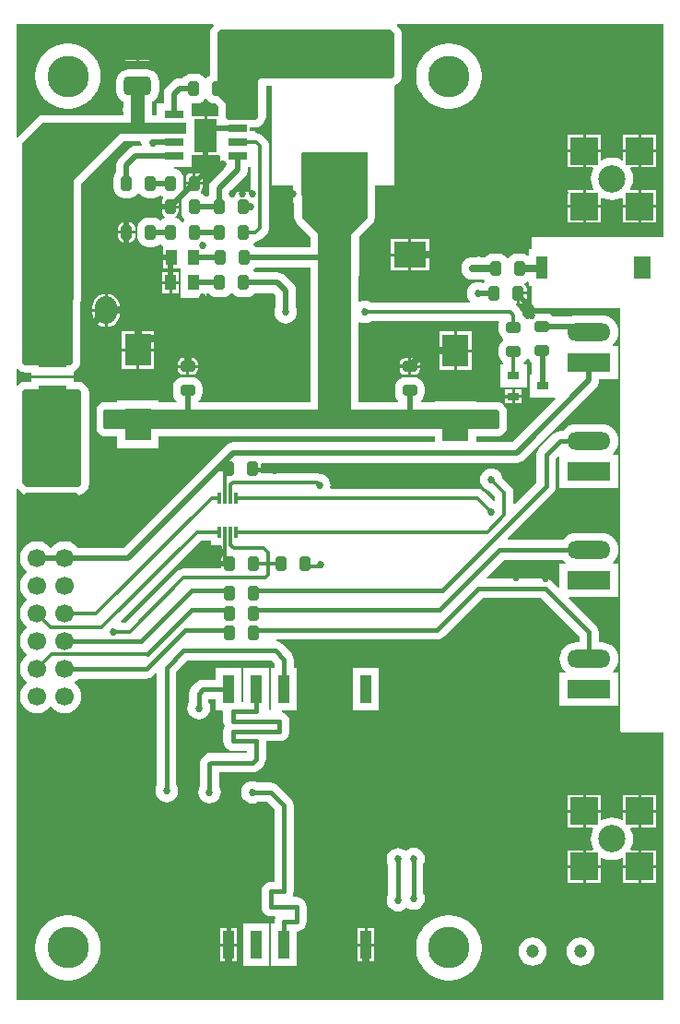
<source format=gtl>
G04*
G04 #@! TF.GenerationSoftware,Altium Limited,Altium Designer,20.1.11 (218)*
G04*
G04 Layer_Physical_Order=1*
G04 Layer_Color=255*
%FSTAX24Y24*%
%MOIN*%
G70*
G04*
G04 #@! TF.SameCoordinates,265BAA9A-0927-4A7B-A448-E96A6529A9FE*
G04*
G04*
G04 #@! TF.FilePolarity,Positive*
G04*
G01*
G75*
%ADD14C,0.0197*%
%ADD16C,0.0200*%
%ADD26R,0.0400X0.0300*%
%ADD27R,0.0945X0.1181*%
%ADD28R,0.0394X0.1000*%
G04:AMPARAMS|DCode=29|XSize=67mil|YSize=100mil|CornerRadius=16.8mil|HoleSize=0mil|Usage=FLASHONLY|Rotation=90.000|XOffset=0mil|YOffset=0mil|HoleType=Round|Shape=RoundedRectangle|*
%AMROUNDEDRECTD29*
21,1,0.0670,0.0665,0,0,90.0*
21,1,0.0335,0.1000,0,0,90.0*
1,1,0.0335,0.0333,0.0168*
1,1,0.0335,0.0333,-0.0168*
1,1,0.0335,-0.0333,-0.0168*
1,1,0.0335,-0.0333,0.0168*
%
%ADD29ROUNDEDRECTD29*%
G04:AMPARAMS|DCode=30|XSize=40mil|YSize=52mil|CornerRadius=10mil|HoleSize=0mil|Usage=FLASHONLY|Rotation=0.000|XOffset=0mil|YOffset=0mil|HoleType=Round|Shape=RoundedRectangle|*
%AMROUNDEDRECTD30*
21,1,0.0400,0.0320,0,0,0.0*
21,1,0.0200,0.0520,0,0,0.0*
1,1,0.0200,0.0100,-0.0160*
1,1,0.0200,-0.0100,-0.0160*
1,1,0.0200,-0.0100,0.0160*
1,1,0.0200,0.0100,0.0160*
%
%ADD30ROUNDEDRECTD30*%
%ADD31R,0.1181X0.0945*%
G04:AMPARAMS|DCode=32|XSize=40mil|YSize=52mil|CornerRadius=10mil|HoleSize=0mil|Usage=FLASHONLY|Rotation=90.000|XOffset=0mil|YOffset=0mil|HoleType=Round|Shape=RoundedRectangle|*
%AMROUNDEDRECTD32*
21,1,0.0400,0.0320,0,0,90.0*
21,1,0.0200,0.0520,0,0,90.0*
1,1,0.0200,0.0160,0.0100*
1,1,0.0200,0.0160,-0.0100*
1,1,0.0200,-0.0160,-0.0100*
1,1,0.0200,-0.0160,0.0100*
%
%ADD32ROUNDEDRECTD32*%
%ADD33R,0.0984X0.1181*%
%ADD34R,0.0787X0.0866*%
%ADD35R,0.0866X0.0866*%
%ADD36R,0.0700X0.0260*%
%ADD37R,0.0800X0.1200*%
%ADD38R,0.0118X0.0394*%
%ADD39R,0.0394X0.0550*%
%ADD40R,0.0591X0.0787*%
%ADD41R,0.0394X0.0787*%
%ADD42R,0.2362X0.1575*%
%ADD70C,0.0276*%
%ADD71C,0.0118*%
%ADD72C,0.0157*%
%ADD73C,0.0500*%
%ADD74R,0.0984X0.0984*%
%ADD75C,0.0984*%
%ADD76R,0.0669X0.0669*%
%ADD77C,0.0669*%
%ADD78O,0.0800X0.1000*%
%ADD79R,0.0800X0.1000*%
%ADD80C,0.0270*%
%ADD81O,0.1575X0.0650*%
%ADD82R,0.1575X0.0650*%
%ADD83C,0.1496*%
%ADD84C,0.0280*%
%ADD85C,0.0300*%
%ADD86C,0.0472*%
%ADD87C,0.0500*%
%ADD88C,0.0250*%
G36*
X100494Y113736D02*
X100439Y113682D01*
X100396Y113626D01*
X100369Y11356D01*
X10036Y113489D01*
Y111948D01*
X100354Y111946D01*
X100277Y111886D01*
X100239Y111836D01*
X100177D01*
X100139Y111886D01*
X100061Y111946D01*
X099971Y111983D01*
X099875Y111996D01*
X099675D01*
X099578Y111983D01*
X099488Y111946D01*
X099411Y111886D01*
X099371Y111834D01*
X099255D01*
X099255Y111834D01*
X099159Y111822D01*
X099069Y111784D01*
X098992Y111725D01*
X098992Y111725D01*
X098795Y111529D01*
X098736Y111452D01*
X098699Y111362D01*
X098686Y111266D01*
Y110926D01*
X098438D01*
Y110494D01*
X098263D01*
Y110988D01*
X098291Y111D01*
X098383Y11107D01*
X098453Y111161D01*
X098497Y111268D01*
X098512Y111382D01*
Y111717D01*
X098497Y111831D01*
X098453Y111938D01*
X098383Y112029D01*
X098291Y112099D01*
X098185Y112143D01*
X098071Y112158D01*
X097406D01*
X097291Y112143D01*
X097185Y112099D01*
X097094Y112029D01*
X097024Y111938D01*
X096979Y111831D01*
X096964Y111717D01*
Y111382D01*
X096979Y111268D01*
X097024Y111161D01*
X097094Y11107D01*
X097185Y111D01*
X097214Y110988D01*
Y110844D01*
X097212Y11084D01*
X097194Y110704D01*
X097212Y110568D01*
X097214Y110564D01*
Y110494D01*
X094293D01*
X094223Y110485D01*
X094157Y110457D01*
X094101Y110414D01*
X093397Y10971D01*
X093347Y109731D01*
Y113786D01*
X100473D01*
X100494Y113736D01*
D02*
G37*
G36*
X100277Y111039D02*
X100354Y110979D01*
X100444Y110942D01*
X100541Y110929D01*
X100543D01*
X100655Y110818D01*
Y110476D01*
X100258D01*
Y109776D01*
Y109076D01*
X100708D01*
X100738Y109038D01*
Y108626D01*
X100847D01*
X100866Y10858D01*
X100428Y108142D01*
X100369Y108065D01*
X100332Y107975D01*
X100319Y107879D01*
Y107624D01*
X100287Y107582D01*
X100174D01*
X100149Y107614D01*
X100072Y107673D01*
X100037Y107688D01*
X10003Y107744D01*
X10003Y107745D01*
X100074Y10781D01*
X100089Y107888D01*
Y107998D01*
X099785D01*
X099482D01*
Y107888D01*
X099497Y10781D01*
X09954Y107745D01*
X099541Y107744D01*
X099534Y107688D01*
X099499Y107673D01*
X099422Y107614D01*
X099362Y107537D01*
X099325Y107447D01*
X099312Y10735D01*
Y10703D01*
X099325Y106934D01*
X099362Y106844D01*
X099422Y106766D01*
X099435Y106756D01*
Y106706D01*
X099422Y106695D01*
X099383Y106645D01*
X099322D01*
X099283Y106695D01*
X099206Y106754D01*
X099116Y106792D01*
X099107Y106793D01*
X099099Y106831D01*
X099101Y106844D01*
X099163Y106886D01*
X099208Y106952D01*
X099223Y10703D01*
Y10714D01*
X098615D01*
Y10703D01*
X098631Y106952D01*
X098675Y106886D01*
X098738Y106844D01*
X098739Y106831D01*
X098731Y106793D01*
X098723Y106792D01*
X098633Y106754D01*
X098565Y106702D01*
X098497Y106754D01*
X098407Y106792D01*
X098311Y106804D01*
X098111D01*
X098014Y106792D01*
X097924Y106754D01*
X097847Y106695D01*
X097787Y106618D01*
X09775Y106528D01*
X097737Y106431D01*
Y106111D01*
X09775Y106015D01*
X097787Y105925D01*
X097847Y105847D01*
X097924Y105788D01*
X098014Y105751D01*
X098111Y105738D01*
X098311D01*
X098407Y105751D01*
X098497Y105788D01*
X098565Y10584D01*
X098633Y105788D01*
X098665Y105775D01*
X098655Y105725D01*
X098652D01*
Y1054D01*
X098949D01*
Y10535D01*
X098999D01*
Y104975D01*
X099239D01*
X099246Y104975D01*
X099289Y104959D01*
Y103909D01*
X100223D01*
Y104082D01*
X100307D01*
X100347Y10403D01*
X100424Y103971D01*
X100514Y103933D01*
X100611Y103921D01*
X100811D01*
X100907Y103933D01*
X100997Y103971D01*
X101075Y10403D01*
X101113Y10408D01*
X101174D01*
X101213Y10403D01*
X10129Y103971D01*
X10138Y103933D01*
X101477Y103921D01*
X101677D01*
X101773Y103933D01*
X101863Y103971D01*
X101941Y10403D01*
X101981Y104082D01*
X102643D01*
X102721Y104005D01*
Y103552D01*
X102698Y103497D01*
X102684Y103391D01*
X102698Y103285D01*
X102739Y103187D01*
X102804Y103102D01*
X102888Y103037D01*
X102987Y102996D01*
X103093Y102982D01*
X103198Y102996D01*
X103297Y103037D01*
X103381Y103102D01*
X103446Y103187D01*
X103487Y103285D01*
X103501Y103391D01*
X103487Y103497D01*
X103464Y103552D01*
Y104159D01*
X103451Y104255D01*
X103414Y104344D01*
X103355Y104421D01*
X103355Y104421D01*
X10306Y104717D01*
X102983Y104776D01*
X102893Y104813D01*
X102797Y104826D01*
X101981D01*
X101947Y10487D01*
X101941Y104901D01*
Y104928D01*
X101951Y104936D01*
X101991Y104988D01*
X104001D01*
Y10013D01*
X099961D01*
X099944Y10018D01*
X099973Y100202D01*
X100032Y10028D01*
X10007Y10037D01*
X100082Y100466D01*
Y100666D01*
X10007Y100763D01*
X100032Y100853D01*
X099973Y10093D01*
X099896Y100989D01*
X099806Y101027D01*
X099709Y101039D01*
X099389D01*
X099293Y101027D01*
X099203Y100989D01*
X099125Y10093D01*
X099066Y100853D01*
X099029Y100763D01*
X099016Y100666D01*
Y100466D01*
X099029Y10037D01*
X099066Y10028D01*
X099125Y100202D01*
X099155Y10018D01*
X099138Y10013D01*
X09849D01*
Y100185D01*
X097006D01*
Y10013D01*
X096547D01*
X096477Y100121D01*
X096411Y100093D01*
X096355Y10005D01*
X096315Y100011D01*
X096272Y099954D01*
X096245Y099889D01*
X096236Y099818D01*
Y099218D01*
X096245Y099147D01*
X096272Y099082D01*
X096315Y099025D01*
X096365Y098976D01*
X096421Y098933D01*
X096487Y098905D01*
X096557Y098896D01*
X097006D01*
Y098464D01*
X09849D01*
Y098896D01*
X108502D01*
Y098684D01*
X101193D01*
X101193Y098684D01*
X101097Y098671D01*
X101007Y098634D01*
X10093Y098575D01*
X100064Y097709D01*
X100064Y097709D01*
X097227Y094872D01*
X095577D01*
X09553Y09493D01*
X095438Y095005D01*
X095333Y095061D01*
X095314Y095067D01*
X095313Y095084D01*
X094887D01*
X094886Y095067D01*
X094867Y095061D01*
X094762Y095005D01*
X09467Y09493D01*
X094625Y094874D01*
X094575D01*
X09453Y09493D01*
X094438Y095005D01*
X094333Y095061D01*
X094314Y095067D01*
X094313Y095084D01*
X093887D01*
X093886Y095067D01*
X093867Y095061D01*
X093762Y095005D01*
X09367Y09493D01*
X093595Y094838D01*
X093539Y094733D01*
X093504Y094619D01*
X093492Y0945D01*
X093504Y094381D01*
X093539Y094267D01*
X093595Y094162D01*
X09367Y09407D01*
X093726Y094025D01*
Y093975D01*
X09367Y09393D01*
X093595Y093838D01*
X093539Y093733D01*
X093504Y093619D01*
X093492Y0935D01*
X093504Y093381D01*
X093539Y093267D01*
X093595Y093162D01*
X09367Y09307D01*
X093726Y093025D01*
Y092975D01*
X09367Y09293D01*
X093595Y092838D01*
X093539Y092733D01*
X093504Y092619D01*
X093492Y0925D01*
X093504Y092381D01*
X093539Y092267D01*
X093595Y092162D01*
X09367Y09207D01*
X093726Y092025D01*
Y091975D01*
X09367Y09193D01*
X093595Y091838D01*
X093539Y091733D01*
X093504Y091619D01*
X093492Y0915D01*
X093504Y091381D01*
X093539Y091267D01*
X093595Y091162D01*
X09367Y09107D01*
X093726Y091025D01*
Y090975D01*
X09367Y09093D01*
X093595Y090838D01*
X093539Y090733D01*
X093504Y090619D01*
X093492Y0905D01*
X093504Y090381D01*
X093539Y090267D01*
X093595Y090162D01*
X09367Y09007D01*
X093726Y090025D01*
Y089975D01*
X09367Y08993D01*
X093595Y089838D01*
X093539Y089733D01*
X093504Y089619D01*
X093492Y0895D01*
X093504Y089381D01*
X093539Y089267D01*
X093595Y089162D01*
X09367Y08907D01*
X093762Y088995D01*
X093867Y088939D01*
X093981Y088904D01*
X0941Y088892D01*
X094219Y088904D01*
X094333Y088939D01*
X094438Y088995D01*
X09453Y08907D01*
X094575Y089126D01*
X094625D01*
X09467Y08907D01*
X094762Y088995D01*
X094867Y088939D01*
X094981Y088904D01*
X0951Y088892D01*
X095219Y088904D01*
X095333Y088939D01*
X095438Y088995D01*
X09553Y08907D01*
X095605Y089162D01*
X095661Y089267D01*
X095696Y089381D01*
X095708Y0895D01*
X095696Y089619D01*
X095661Y089733D01*
X095605Y089838D01*
X09553Y08993D01*
X095474Y089975D01*
Y090025D01*
X09553Y09007D01*
X095594Y090148D01*
X098053D01*
X098144Y09016D01*
X098179Y090175D01*
X098229Y090195D01*
X098302Y090251D01*
X098393Y090343D01*
X09844Y090324D01*
Y086295D01*
X098438Y086292D01*
X098397Y086194D01*
X098383Y086088D01*
X098397Y085982D01*
X098438Y085884D01*
X098502Y085799D01*
X098587Y085734D01*
X098686Y085693D01*
X098791Y085679D01*
X098897Y085693D01*
X098996Y085734D01*
X09908Y085799D01*
X099145Y085884D01*
X099186Y085982D01*
X0992Y086088D01*
X099186Y086194D01*
X099145Y086292D01*
X099143Y086295D01*
Y090391D01*
X099557Y090805D01*
X102573D01*
X102683Y090695D01*
Y090527D01*
X102568D01*
Y088999D01*
X102568Y088987D01*
X102567Y088985D01*
X102551D01*
X102502Y089035D01*
Y090527D01*
X101568D01*
Y089304D01*
X101502D01*
Y090527D01*
X100568D01*
Y090109D01*
X100098D01*
X100007Y090097D01*
X099923Y090062D01*
X09985Y090006D01*
X099704Y08986D01*
X099648Y089787D01*
X099613Y089702D01*
X099601Y089611D01*
Y089287D01*
X099599Y089284D01*
X099558Y089186D01*
X099544Y08908D01*
X099558Y088974D01*
X099599Y088876D01*
X099664Y088791D01*
X099749Y088726D01*
X099847Y088685D01*
X099953Y088671D01*
X100058Y088685D01*
X100157Y088726D01*
X100242Y088791D01*
X100307Y088876D01*
X100347Y088974D01*
X100361Y08908D01*
X100347Y089186D01*
X100307Y089284D01*
X100305Y089287D01*
Y089405D01*
X100568D01*
Y088987D01*
X10081D01*
X10084Y088952D01*
Y088598D01*
X100852Y088507D01*
X100888Y088422D01*
X100889Y08842D01*
X100888Y088419D01*
X100852Y088334D01*
X10084Y088243D01*
Y087889D01*
X100852Y087798D01*
X100888Y087713D01*
X100943Y08764D01*
X101016Y087584D01*
X101101Y087549D01*
X101192Y087537D01*
X101683D01*
Y087463D01*
X100396D01*
X100305Y087451D01*
X10022Y087416D01*
X100147Y08736D01*
X100094Y087307D01*
X100038Y087234D01*
X100017Y087184D01*
X100003Y087149D01*
X099991Y087058D01*
Y086255D01*
X099989Y086253D01*
X099948Y086154D01*
X099934Y086048D01*
X099948Y085943D01*
X099989Y085844D01*
X100054Y08576D01*
X100138Y085695D01*
X100237Y085654D01*
X100343Y08564D01*
X100448Y085654D01*
X100547Y085695D01*
X100631Y08576D01*
X100696Y085844D01*
X100737Y085943D01*
X100751Y086048D01*
X100737Y086154D01*
X100696Y086253D01*
X100694Y086255D01*
Y08676D01*
X101902D01*
X101993Y086772D01*
X102028Y086786D01*
X102077Y086807D01*
X10215Y086863D01*
X102284Y086996D01*
X102339Y087069D01*
X102375Y087154D01*
X102387Y087245D01*
Y087889D01*
X102389Y087892D01*
X102877D01*
X102968Y087904D01*
X103053Y087939D01*
X103126Y087995D01*
X103182Y088067D01*
X103217Y088152D01*
X103229Y088243D01*
Y088598D01*
X103217Y088689D01*
X103182Y088774D01*
X103126Y088846D01*
X103053Y088902D01*
X102968Y088937D01*
X102974Y088987D01*
X103502D01*
Y090527D01*
X103387D01*
Y09084D01*
X103375Y090931D01*
X103339Y091016D01*
X103284Y091089D01*
X102967Y091405D01*
X102894Y091461D01*
X10281Y091496D01*
X10276Y091503D01*
X102763Y091553D01*
X108565D01*
X108656Y091565D01*
X108741Y0916D01*
X108814Y091656D01*
X110217Y093059D01*
X112337D01*
X113714Y091681D01*
Y091459D01*
X113604D01*
X113487Y091447D01*
X113375Y091413D01*
X113272Y091358D01*
X113181Y091284D01*
X113107Y091193D01*
X113051Y09109D01*
X113017Y090978D01*
X113006Y090861D01*
X113017Y090744D01*
X113051Y090632D01*
X113107Y090529D01*
X113181Y090438D01*
X11322Y090406D01*
X113202Y090356D01*
X113009D01*
Y089166D01*
X115124D01*
Y090356D01*
X11493D01*
X114912Y090406D01*
X114951Y090438D01*
X115026Y090529D01*
X115081Y090632D01*
X115115Y090744D01*
X115126Y090861D01*
X115115Y090978D01*
X115081Y09109D01*
X115026Y091193D01*
X114951Y091284D01*
X114861Y091358D01*
X114757Y091413D01*
X114645Y091447D01*
X114529Y091459D01*
X114418D01*
Y091827D01*
X114406Y091918D01*
X114371Y092003D01*
X114315Y092076D01*
X113334Y093057D01*
X113353Y093103D01*
X115124D01*
Y094293D01*
X11493D01*
X114912Y094343D01*
X114951Y094375D01*
X115026Y094466D01*
X115081Y094569D01*
X115115Y094681D01*
X115126Y094798D01*
X115115Y094915D01*
X115081Y095027D01*
X115026Y09513D01*
X114951Y095221D01*
X114861Y095295D01*
X114757Y09535D01*
X114645Y095384D01*
X114529Y095396D01*
X113604D01*
X113487Y095384D01*
X113375Y09535D01*
X113272Y095295D01*
X113181Y095221D01*
X113123Y09515D01*
X111133D01*
X111114Y095196D01*
X11277Y096853D01*
X112826Y096926D01*
X112861Y097011D01*
X112873Y097102D01*
Y098088D01*
X112963Y098177D01*
X113009Y098158D01*
Y09704D01*
X115124D01*
Y09823D01*
X11493D01*
X114912Y09828D01*
X114951Y098312D01*
X115026Y098403D01*
X115081Y098506D01*
X115115Y098618D01*
X115126Y098735D01*
X115115Y098852D01*
X115081Y098964D01*
X115026Y099067D01*
X114951Y099158D01*
X114861Y099232D01*
X114757Y099287D01*
X114645Y099321D01*
X114529Y099333D01*
X113604D01*
X113487Y099321D01*
X113375Y099287D01*
X113272Y099232D01*
X113181Y099158D01*
X113123Y099087D01*
X113023D01*
X112932Y099075D01*
X112847Y09904D01*
X112774Y098984D01*
X112273Y098482D01*
X112217Y098409D01*
X112182Y098325D01*
X11217Y098233D01*
Y097247D01*
X111384Y096461D01*
X111338Y096481D01*
Y096865D01*
X111326Y096951D01*
X111293Y097031D01*
X111241Y0971D01*
X110933Y097408D01*
X110928Y097444D01*
X110887Y097542D01*
X110822Y097627D01*
X110738Y097692D01*
X110639Y097732D01*
X110533Y097746D01*
X110428Y097732D01*
X110329Y097692D01*
X110245Y097627D01*
X11018Y097542D01*
X110139Y097444D01*
X110125Y097338D01*
X110139Y097232D01*
X11018Y097134D01*
X110245Y097049D01*
X110329Y096984D01*
X110428Y096943D01*
X110463Y096939D01*
X110674Y096728D01*
Y09659D01*
X110624Y096555D01*
X110613Y096556D01*
X110266Y096903D01*
X110197Y096956D01*
X110117Y096989D01*
X110031Y097D01*
X104741D01*
X10471Y09705D01*
X104721Y097141D01*
X104708Y097247D01*
X104667Y097345D01*
X104602Y09743D01*
X104517Y097495D01*
X104419Y097536D01*
X104313Y097549D01*
X104312Y097549D01*
X10431Y09755D01*
X104224Y097561D01*
X102204D01*
X102196Y097571D01*
Y097682D01*
X101892D01*
Y097781D01*
X102196D01*
Y097892D01*
X102194Y097902D01*
X102225Y097941D01*
X111449D01*
X111545Y097953D01*
X111635Y09799D01*
X111712Y098049D01*
X114329Y100667D01*
X114329Y100667D01*
X114388Y100744D01*
X114425Y100833D01*
X114438Y10093D01*
X114439Y100977D01*
X115124D01*
Y102167D01*
X11493D01*
X114912Y102217D01*
X114951Y102249D01*
X115026Y10234D01*
X115081Y102443D01*
X115115Y102555D01*
X115126Y102672D01*
X115115Y102789D01*
X115081Y102901D01*
X115026Y103004D01*
X114951Y103095D01*
X114861Y103169D01*
X114757Y103224D01*
X114645Y103258D01*
X114529Y10327D01*
X113604D01*
X113487Y103258D01*
X113402Y103233D01*
X112776D01*
X112711Y103283D01*
X112621Y10332D01*
X112524Y103333D01*
X112204D01*
X112108Y10332D01*
X112018Y103283D01*
X11194Y103223D01*
X111881Y103146D01*
X111873Y103126D01*
X111857D01*
X11182Y103131D01*
X111764Y103204D01*
X111687Y103263D01*
X111672Y103269D01*
Y103273D01*
X111661Y103359D01*
X111628Y103439D01*
X111575Y103508D01*
X111447Y103635D01*
X11142Y103656D01*
X111437Y103706D01*
X111458D01*
Y10407D01*
X111508D01*
Y10412D01*
X111812D01*
Y10423D01*
X111796Y104308D01*
X111752Y104374D01*
X111727Y104391D01*
X111739Y104443D01*
X111754Y104445D01*
X111844Y104483D01*
X111852Y104489D01*
X111897Y104467D01*
Y104332D01*
X111983D01*
Y103548D01*
X115201D01*
Y088293D01*
X115208Y088256D01*
X115229Y088224D01*
X11526Y088203D01*
X115297Y088196D01*
X116775D01*
Y078547D01*
X093347D01*
Y096992D01*
X093397Y097013D01*
X09355Y09686D01*
X093606Y096817D01*
X093644Y096801D01*
X093698Y096856D01*
X095514Y096856D01*
X095589Y09678D01*
X095612D01*
X095683Y096789D01*
X095748Y096817D01*
X095805Y09686D01*
X095903Y096958D01*
X095946Y097015D01*
X095974Y09708D01*
X095983Y097151D01*
X095983Y100497D01*
X095974Y100568D01*
X095946Y100633D01*
X095903Y10069D01*
X095805Y100788D01*
X095748Y100832D01*
X095683Y100859D01*
X095612Y100868D01*
X095412D01*
Y101011D01*
X093888D01*
Y100868D01*
X093644D01*
X093573Y100859D01*
X093508Y100832D01*
X093451Y100788D01*
X093397Y100734D01*
X093347Y100755D01*
Y101342D01*
X093397Y101363D01*
X093471Y101289D01*
X093527Y101246D01*
X093593Y101218D01*
X093663Y101209D01*
X093888D01*
Y101089D01*
X095412D01*
Y101229D01*
X095453Y101246D01*
X09551Y101289D01*
X095596Y101375D01*
X095639Y101432D01*
X095666Y101497D01*
X095675Y101568D01*
X095675Y103766D01*
X095678Y103773D01*
X095688Y103844D01*
X095688Y108022D01*
X097221Y109556D01*
X09784D01*
X097873Y109518D01*
X097871Y109503D01*
X09788Y109435D01*
X097847Y109398D01*
X097674D01*
X097674Y109398D01*
X097578Y109385D01*
X097489Y109348D01*
X097412Y109289D01*
X097082Y108959D01*
X097023Y108882D01*
X096986Y108792D01*
X096973Y108696D01*
Y108462D01*
X096921Y108394D01*
X096884Y108304D01*
X096871Y108208D01*
Y107888D01*
X096884Y107791D01*
X096921Y107701D01*
X096981Y107624D01*
X097058Y107565D01*
X097148Y107527D01*
X097244Y107515D01*
X097444D01*
X097541Y107527D01*
X097631Y107565D01*
X097708Y107624D01*
X097747Y107674D01*
X097808D01*
X097847Y107624D01*
X097924Y107565D01*
X098014Y107527D01*
X098111Y107515D01*
X098311D01*
X098407Y107527D01*
X098497Y107565D01*
X098565Y107617D01*
X098633Y107565D01*
X098668Y10755D01*
X098675Y107494D01*
X098674Y107493D01*
X098631Y107428D01*
X098615Y10735D01*
Y10724D01*
X099223D01*
Y10735D01*
X099208Y107428D01*
X099164Y107493D01*
X099163Y107494D01*
X09917Y10755D01*
X099206Y107565D01*
X099283Y107624D01*
X099342Y107701D01*
X09938Y107791D01*
X099392Y107888D01*
Y108208D01*
X09938Y108304D01*
X099342Y108394D01*
X099283Y108472D01*
X099206Y108531D01*
X099116Y108568D01*
X099057Y108576D01*
X099061Y108626D01*
X099678D01*
Y109038D01*
X099708Y109076D01*
X100158D01*
Y109776D01*
Y110476D01*
X099708D01*
X099678Y110514D01*
Y110882D01*
X099678Y110926D01*
X099726Y110929D01*
X099875D01*
X099971Y110942D01*
X100061Y110979D01*
X100139Y111039D01*
X100177Y111089D01*
X100239D01*
X100277Y111039D01*
D02*
G37*
G36*
X10703Y113436D02*
Y111915D01*
X106937Y111822D01*
X102167D01*
X102108Y111763D01*
Y110438D01*
X10201Y11034D01*
X101026D01*
X100927Y110438D01*
X100927D01*
Y11093D01*
X100632Y111226D01*
Y113489D01*
X10073Y113588D01*
X106878D01*
X10703Y113436D01*
D02*
G37*
G36*
X101835Y107742D02*
X101794Y107714D01*
X101754Y10773D01*
X101657Y107743D01*
X101457D01*
X101361Y10773D01*
X10127Y107693D01*
X101193Y107634D01*
X101155Y107584D01*
X101093D01*
X101063Y107624D01*
Y107725D01*
X101621Y108283D01*
X101621Y108283D01*
X10168Y10836D01*
X101717Y10845D01*
X10173Y108546D01*
X10173Y108546D01*
Y108626D01*
X101835D01*
Y107742D01*
D02*
G37*
G36*
X1026Y107978D02*
X103374D01*
Y107324D01*
X103411D01*
Y106796D01*
X10342Y106726D01*
X103447Y10666D01*
X10349Y106604D01*
X104001Y106093D01*
Y105731D01*
X101991D01*
X101951Y105783D01*
X10193Y105799D01*
X101931Y105861D01*
X10198Y105925D01*
X101988Y105943D01*
X102D01*
X102086Y105954D01*
X102166Y105987D01*
X102235Y10604D01*
X102402Y106207D01*
X102455Y106276D01*
X102488Y106356D01*
X102499Y106442D01*
Y109395D01*
X102488Y109481D01*
X102455Y109561D01*
X102402Y10963D01*
X102271Y109761D01*
X102202Y109813D01*
X102122Y109847D01*
X102036Y109858D01*
X101978D01*
Y109926D01*
X101808D01*
Y110067D01*
X10201D01*
X10208Y110077D01*
X102146Y110104D01*
X102202Y110147D01*
X102301Y110246D01*
X102344Y110302D01*
X102371Y110368D01*
X102381Y110438D01*
Y11155D01*
X1026D01*
Y107978D01*
D02*
G37*
G36*
X116775Y106107D02*
X111983D01*
Y105659D01*
X111897D01*
Y105464D01*
X111852Y105442D01*
X111844Y105449D01*
X111754Y105486D01*
X111657Y105499D01*
X111457D01*
X111361Y105486D01*
X11127Y105449D01*
X111193Y10539D01*
X111155Y105339D01*
X111093D01*
X111055Y10539D01*
X110978Y105449D01*
X110888Y105486D01*
X110791Y105499D01*
X110591D01*
X110494Y105486D01*
X110404Y105449D01*
X110327Y10539D01*
X110317Y105377D01*
X110175D01*
X1101Y105387D01*
X110077Y105408D01*
Y10541D01*
X109998Y105377D01*
X109864D01*
X109758Y105363D01*
X109659Y105322D01*
X109573Y105257D01*
X109508Y105171D01*
X109467Y105072D01*
X109453Y104966D01*
X109467Y104859D01*
X109508Y10476D01*
X109573Y104675D01*
X109659Y10461D01*
X109758Y104568D01*
X109864Y104554D01*
X110077D01*
Y104554D01*
X110095Y104557D01*
X11011Y104554D01*
X110275D01*
X110291Y104504D01*
X110278Y104494D01*
X110238Y104442D01*
X110222D01*
X110167Y104465D01*
X110061Y104479D01*
X109955Y104465D01*
X109857Y104424D01*
X109772Y104359D01*
X109707Y104274D01*
X109666Y104176D01*
X109653Y10407D01*
X109666Y103964D01*
X109707Y103866D01*
X109771Y103783D01*
X109768Y103764D01*
X109758Y103733D01*
X106189D01*
X106161Y103755D01*
X106062Y103795D01*
X105957Y103809D01*
X105851Y103795D01*
X105777Y103765D01*
X105727Y103794D01*
Y104715D01*
X105753D01*
Y106119D01*
X106238Y106604D01*
X106238Y106604D01*
X106281Y10666D01*
X106308Y106726D01*
X106318Y106796D01*
Y107978D01*
X10703D01*
Y111568D01*
X107073Y111586D01*
X107129Y111629D01*
X107222Y111722D01*
X107265Y111778D01*
X107293Y111844D01*
X107302Y111915D01*
Y113436D01*
X107293Y113507D01*
X107265Y113572D01*
X107222Y113629D01*
X107114Y113736D01*
X107135Y113786D01*
X116775D01*
Y106107D01*
D02*
G37*
G36*
X099498Y109828D02*
X097108D01*
X095415Y108135D01*
X095415Y103844D01*
X095403D01*
X095403Y101568D01*
X095317Y101482D01*
X093663Y101482D01*
X093565Y10158D01*
X093565Y104139D01*
X093565D01*
X09356Y104144D01*
X09356Y109488D01*
X094293Y110222D01*
X099498D01*
Y109828D01*
D02*
G37*
G36*
X110818Y103019D02*
X110807Y10294D01*
Y10274D01*
X11082Y102643D01*
X110857Y102553D01*
X110917Y102476D01*
X110967Y102437D01*
Y102376D01*
X110917Y102338D01*
X110857Y10226D01*
X11082Y10217D01*
X110807Y102074D01*
Y101874D01*
X11082Y101777D01*
X110857Y101687D01*
X110917Y10161D01*
X110977Y101564D01*
X11096Y101514D01*
X110872D01*
Y100674D01*
X111812D01*
Y101514D01*
X111721D01*
X111704Y101564D01*
X111764Y10161D01*
X111824Y101687D01*
X111832Y101707D01*
X111848D01*
X111884Y101702D01*
X11194Y101629D01*
X112009Y101577D01*
Y101142D01*
X111912D01*
Y100302D01*
X112842D01*
X11287Y100259D01*
X111295Y098684D01*
X109987D01*
Y098896D01*
X11077D01*
X11084Y098905D01*
X110906Y098933D01*
X110962Y098976D01*
X111011Y099025D01*
X111055Y099082D01*
X111082Y099147D01*
X111091Y099218D01*
Y099808D01*
X111082Y099879D01*
X111055Y099944D01*
X111011Y100001D01*
X110962Y10005D01*
X110906Y100093D01*
X11084Y100121D01*
X11077Y10013D01*
X109987D01*
Y100155D01*
X108502D01*
Y10013D01*
X108005D01*
X107988Y10018D01*
X108005Y100192D01*
X108064Y10027D01*
X108101Y10036D01*
X108114Y100456D01*
Y100656D01*
X108101Y100753D01*
X108064Y100843D01*
X108005Y10092D01*
X107927Y100979D01*
X107837Y101017D01*
X107741Y101029D01*
X107421D01*
X107324Y101017D01*
X107234Y100979D01*
X107157Y10092D01*
X107098Y100843D01*
X10706Y100753D01*
X107048Y100656D01*
Y100456D01*
X10706Y10036D01*
X107098Y10027D01*
X107157Y100192D01*
X107173Y10018D01*
X107156Y10013D01*
X105727D01*
Y103007D01*
X105777Y103037D01*
X105851Y103006D01*
X105957Y102992D01*
X106062Y103006D01*
X106161Y103047D01*
X106189Y103069D01*
X110786D01*
X110818Y103019D01*
D02*
G37*
G36*
X106045Y106796D02*
X106045D01*
X105455Y106206D01*
Y099857D01*
X11077D01*
X110819Y099808D01*
Y099218D01*
X11077Y099169D01*
X096557D01*
X096508Y099218D01*
Y099818D01*
X096547Y099857D01*
X104274D01*
Y106206D01*
X103683Y106796D01*
Y109159D01*
X106045D01*
Y106796D01*
D02*
G37*
G36*
X095711Y100497D02*
X095711Y097151D01*
X095612Y097052D01*
X093742D01*
X093545Y097249D01*
X093545Y100497D01*
X093644Y100596D01*
X095612Y100596D01*
X095711Y100497D01*
D02*
G37*
G36*
X113181Y094375D02*
X11322Y094343D01*
X113202Y094293D01*
X113009D01*
Y093447D01*
X112963Y093428D01*
X112731Y093659D01*
X112658Y093715D01*
X112573Y09375D01*
X112482Y093762D01*
X110365D01*
X110346Y093809D01*
X110984Y094446D01*
X113123D01*
X113181Y094375D01*
D02*
G37*
G36*
X100382Y094981D02*
X100772D01*
Y094976D01*
X100784Y09489D01*
X100817Y09481D01*
X10087Y094741D01*
X100907Y094703D01*
X10089Y09465D01*
X100831Y09461D01*
X100786Y094544D01*
X100771Y094466D01*
Y094356D01*
X101075D01*
Y094256D01*
X100771D01*
Y094146D01*
X100746Y094117D01*
X099402D01*
X099316Y094105D01*
X099236Y094072D01*
X099167Y094019D01*
X097325Y092178D01*
X097148D01*
X097129Y092224D01*
X100021Y095116D01*
X100382D01*
Y094981D01*
D02*
G37*
%LPC*%
G36*
X098198Y112505D02*
X097788D01*
Y112472D01*
X098071D01*
X098141Y112481D01*
X098198Y112505D01*
D02*
G37*
G36*
X097688D02*
X097279D01*
X097336Y112481D01*
X097406Y112472D01*
X097688D01*
Y112505D01*
D02*
G37*
G36*
X09961Y112243D02*
X099586Y112219D01*
X09961D01*
Y112243D01*
D02*
G37*
G36*
X095296Y113096D02*
X095141D01*
X094988Y113075D01*
X094838Y113035D01*
X094695Y112976D01*
X094561Y112899D01*
X094438Y112804D01*
X094329Y112695D01*
X094234Y112572D01*
X094157Y112438D01*
X094098Y112295D01*
X094058Y112145D01*
X094037Y111992D01*
Y111837D01*
X094058Y111684D01*
X094098Y111534D01*
X094157Y111391D01*
X094234Y111257D01*
X094329Y111134D01*
X094438Y111025D01*
X094561Y11093D01*
X094695Y110853D01*
X094838Y110794D01*
X094988Y110754D01*
X095141Y110733D01*
X095296D01*
X095449Y110754D01*
X095599Y110794D01*
X095742Y110853D01*
X095876Y11093D01*
X095999Y111025D01*
X096108Y111134D01*
X096203Y111257D01*
X09628Y111391D01*
X096339Y111534D01*
X096379Y111684D01*
X0964Y111837D01*
Y111992D01*
X096379Y112145D01*
X096339Y112295D01*
X09628Y112438D01*
X096203Y112572D01*
X096108Y112695D01*
X095999Y112804D01*
X095876Y112899D01*
X095742Y112976D01*
X095599Y113035D01*
X095449Y113075D01*
X095296Y113096D01*
D02*
G37*
G36*
X099885Y108412D02*
X099835D01*
Y108098D01*
X100089D01*
Y108208D01*
X100074Y108286D01*
X10003Y108352D01*
X099963Y108396D01*
X099885Y108412D01*
D02*
G37*
G36*
X099735D02*
X099685D01*
X099607Y108396D01*
X099541Y108352D01*
X099497Y108286D01*
X099482Y108208D01*
Y108098D01*
X099735D01*
Y108412D01*
D02*
G37*
G36*
X097444Y106635D02*
X097394D01*
Y106321D01*
X097648D01*
Y106431D01*
X097633Y106509D01*
X097589Y106575D01*
X097523Y10662D01*
X097444Y106635D01*
D02*
G37*
G36*
X097294D02*
X097244D01*
X097166Y10662D01*
X0971Y106575D01*
X097056Y106509D01*
X097041Y106431D01*
Y106321D01*
X097294D01*
Y106635D01*
D02*
G37*
G36*
X097648Y106221D02*
X097394D01*
Y105907D01*
X097444D01*
X097523Y105923D01*
X097589Y105967D01*
X097633Y106033D01*
X097648Y106111D01*
Y106221D01*
D02*
G37*
G36*
X097294D02*
X097041D01*
Y106111D01*
X097056Y106033D01*
X0971Y105967D01*
X097166Y105923D01*
X097244Y105907D01*
X097294D01*
Y106221D01*
D02*
G37*
G36*
X098899Y1053D02*
X098652D01*
Y104975D01*
X098899D01*
Y1053D01*
D02*
G37*
G36*
X099226Y104829D02*
X098979D01*
Y104504D01*
X099226D01*
Y104829D01*
D02*
G37*
G36*
X098879D02*
X098632D01*
Y104504D01*
X098879D01*
Y104829D01*
D02*
G37*
G36*
X099226Y104404D02*
X098979D01*
Y104079D01*
X099226D01*
Y104404D01*
D02*
G37*
G36*
X098879D02*
X098632D01*
Y104079D01*
X098879D01*
Y104404D01*
D02*
G37*
G36*
X111812Y10402D02*
X111558D01*
Y103706D01*
X111608D01*
X111686Y103722D01*
X111752Y103766D01*
X111796Y103832D01*
X111812Y10391D01*
Y10402D01*
D02*
G37*
G36*
X09665Y104048D02*
Y1035D01*
X097104D01*
Y10355D01*
X097087Y103681D01*
X097037Y103802D01*
X096957Y103907D01*
X096852Y103987D01*
X096731Y104037D01*
X09665Y104048D01*
D02*
G37*
G36*
X09655D02*
X096469Y104037D01*
X096348Y103987D01*
X096243Y103907D01*
X096163Y103802D01*
X096113Y103681D01*
X096096Y10355D01*
Y1035D01*
X09655D01*
Y104048D01*
D02*
G37*
G36*
X097104Y1034D02*
X09665D01*
Y102852D01*
X096731Y102863D01*
X096852Y102913D01*
X096957Y102993D01*
X097037Y103098D01*
X097087Y103219D01*
X097104Y10335D01*
Y1034D01*
D02*
G37*
G36*
X09655D02*
X096096D01*
Y10335D01*
X096113Y103219D01*
X096163Y103098D01*
X096243Y102993D01*
X096348Y102913D01*
X096469Y102863D01*
X09655Y102852D01*
Y1034D01*
D02*
G37*
G36*
X09832Y102715D02*
X097798D01*
Y102074D01*
X09832D01*
Y102715D01*
D02*
G37*
G36*
X097698D02*
X097176D01*
Y102074D01*
X097698D01*
Y102715D01*
D02*
G37*
G36*
X099709Y101736D02*
X099599D01*
Y101482D01*
X099913D01*
Y101532D01*
X099898Y10161D01*
X099853Y101676D01*
X099787Y101721D01*
X099709Y101736D01*
D02*
G37*
G36*
X099499D02*
X099389D01*
X099311Y101721D01*
X099245Y101676D01*
X099201Y10161D01*
X099185Y101532D01*
Y101482D01*
X099499D01*
Y101736D01*
D02*
G37*
G36*
X09832Y101974D02*
X097798D01*
Y101334D01*
X09832D01*
Y101974D01*
D02*
G37*
G36*
X097698D02*
X097176D01*
Y101334D01*
X097698D01*
Y101974D01*
D02*
G37*
G36*
X099913Y101382D02*
X099599D01*
Y101128D01*
X099709D01*
X099787Y101144D01*
X099853Y101188D01*
X099898Y101254D01*
X099913Y101332D01*
Y101382D01*
D02*
G37*
G36*
X099499D02*
X099185D01*
Y101332D01*
X099201Y101254D01*
X099245Y101188D01*
X099311Y101144D01*
X099389Y101128D01*
X099499D01*
Y101382D01*
D02*
G37*
G36*
X106462Y090527D02*
X105529D01*
Y088987D01*
X106462D01*
Y090527D01*
D02*
G37*
G36*
X116496Y085948D02*
X115954D01*
Y085406D01*
X116496D01*
Y085948D01*
D02*
G37*
G36*
X115854D02*
X115311D01*
Y085406D01*
X115854D01*
Y085948D01*
D02*
G37*
G36*
X114496D02*
X113954D01*
Y085406D01*
X114496D01*
Y085948D01*
D02*
G37*
G36*
X113854D02*
X113311D01*
Y085406D01*
X113854D01*
Y085948D01*
D02*
G37*
G36*
X115854Y085306D02*
X115311D01*
Y08505D01*
X115269Y085025D01*
X115197Y085063D01*
X115053Y085107D01*
X114904Y085121D01*
X114754Y085107D01*
X11461Y085063D01*
X114539Y085025D01*
X114496Y08505D01*
Y085306D01*
X113954D01*
Y084763D01*
X114209D01*
X114234Y08472D01*
X114196Y084649D01*
X114152Y084505D01*
X114138Y084356D01*
X114152Y084206D01*
X114196Y084062D01*
X114234Y083991D01*
X114209Y083948D01*
X113954D01*
Y083406D01*
X114496D01*
Y083661D01*
X114539Y083686D01*
X11461Y083648D01*
X114754Y083604D01*
X114904Y08359D01*
X115053Y083604D01*
X115197Y083648D01*
X115269Y083686D01*
X115311Y083661D01*
Y083406D01*
X115854D01*
Y083948D01*
X115598D01*
X115573Y083991D01*
X115611Y084062D01*
X115655Y084206D01*
X115669Y084356D01*
X115655Y084505D01*
X115611Y084649D01*
X115573Y08472D01*
X115598Y084763D01*
X115854D01*
Y085306D01*
D02*
G37*
G36*
X116496D02*
X115954D01*
Y084763D01*
X116496D01*
Y085306D01*
D02*
G37*
G36*
X113854D02*
X113311D01*
Y084763D01*
X113854D01*
Y085306D01*
D02*
G37*
G36*
X107718Y084036D02*
X107613Y084022D01*
X107514Y083981D01*
X107432Y083917D01*
X107362Y083971D01*
X107263Y084012D01*
X107157Y084026D01*
X107052Y084012D01*
X106953Y083971D01*
X106869Y083906D01*
X106804Y083822D01*
X106763Y083723D01*
X106749Y083617D01*
X106763Y083512D01*
X106804Y083413D01*
X106806Y08341D01*
Y082348D01*
X106804Y082345D01*
X106763Y082247D01*
X106749Y082141D01*
X106763Y082035D01*
X106804Y081937D01*
X106869Y081852D01*
X106953Y081787D01*
X107052Y081746D01*
X107157Y081732D01*
X107263Y081746D01*
X107362Y081787D01*
X107446Y081852D01*
X107447Y081853D01*
X107497Y08186D01*
X107514Y081846D01*
X107613Y081805D01*
X107718Y081791D01*
X107824Y081805D01*
X107923Y081846D01*
X108007Y081911D01*
X108072Y081996D01*
X108113Y082094D01*
X108127Y0822D01*
X108113Y082306D01*
X108072Y082404D01*
X10807Y082407D01*
Y08342D01*
X108072Y083423D01*
X108113Y083521D01*
X108127Y083627D01*
X108113Y083733D01*
X108072Y083831D01*
X108007Y083916D01*
X107923Y083981D01*
X107824Y084022D01*
X107718Y084036D01*
D02*
G37*
G36*
X116496Y083948D02*
X115954D01*
Y083406D01*
X116496D01*
Y083948D01*
D02*
G37*
G36*
X113854D02*
X113311D01*
Y083406D01*
X113854D01*
Y083948D01*
D02*
G37*
G36*
X116496Y083306D02*
X115954D01*
Y082763D01*
X116496D01*
Y083306D01*
D02*
G37*
G36*
X115854D02*
X115311D01*
Y082763D01*
X115854D01*
Y083306D01*
D02*
G37*
G36*
X114496D02*
X113954D01*
Y082763D01*
X114496D01*
Y083306D01*
D02*
G37*
G36*
X113854D02*
X113311D01*
Y082763D01*
X113854D01*
Y083306D01*
D02*
G37*
G36*
X106292Y081129D02*
X106045D01*
Y080579D01*
X106292D01*
Y081129D01*
D02*
G37*
G36*
X105945D02*
X105699D01*
Y080579D01*
X105945D01*
Y081129D01*
D02*
G37*
G36*
X101332D02*
X101085D01*
Y080579D01*
X101332D01*
Y081129D01*
D02*
G37*
G36*
X100985D02*
X100738D01*
Y080579D01*
X100985D01*
Y081129D01*
D02*
G37*
G36*
X106292Y080479D02*
X106045D01*
Y079929D01*
X106292D01*
Y080479D01*
D02*
G37*
G36*
X105945D02*
X105699D01*
Y079929D01*
X105945D01*
Y080479D01*
D02*
G37*
G36*
X101332D02*
X101085D01*
Y079929D01*
X101332D01*
Y080479D01*
D02*
G37*
G36*
X100985D02*
X100738D01*
Y079929D01*
X100985D01*
Y080479D01*
D02*
G37*
G36*
X113762Y080799D02*
X11363Y080781D01*
X113507Y08073D01*
X113401Y080649D01*
X11332Y080544D01*
X113269Y08042D01*
X113252Y080288D01*
X113269Y080156D01*
X11332Y080033D01*
X113401Y079927D01*
X113507Y079846D01*
X11363Y079795D01*
X113762Y079778D01*
X113894Y079795D01*
X114018Y079846D01*
X114123Y079927D01*
X114204Y080033D01*
X114255Y080156D01*
X114273Y080288D01*
X114255Y08042D01*
X114204Y080544D01*
X114123Y080649D01*
X114018Y08073D01*
X113894Y080781D01*
X113762Y080799D01*
D02*
G37*
G36*
X11203D02*
X111898Y080781D01*
X111775Y08073D01*
X111669Y080649D01*
X111588Y080544D01*
X111537Y08042D01*
X111519Y080288D01*
X111537Y080156D01*
X111588Y080033D01*
X111669Y079927D01*
X111775Y079846D01*
X111898Y079795D01*
X11203Y079778D01*
X112162Y079795D01*
X112285Y079846D01*
X112391Y079927D01*
X112472Y080033D01*
X112523Y080156D01*
X112541Y080288D01*
X112523Y08042D01*
X112472Y080544D01*
X112391Y080649D01*
X112285Y08073D01*
X112162Y080781D01*
X11203Y080799D01*
D02*
G37*
G36*
X101894Y086447D02*
X101788Y086433D01*
X101689Y086392D01*
X101605Y086327D01*
X10154Y086243D01*
X101499Y086144D01*
X101485Y086039D01*
X101499Y085933D01*
X10154Y085834D01*
X101605Y08575D01*
X101689Y085685D01*
X101788Y085644D01*
X101894Y08563D01*
X101999Y085644D01*
X102098Y085685D01*
X102101Y085687D01*
X102415D01*
X102683Y085419D01*
Y082978D01*
Y08281D01*
X102575D01*
X102484Y082798D01*
X102399Y082762D01*
X102326Y082707D01*
X10227Y082634D01*
X102235Y082549D01*
X102223Y082458D01*
Y081907D01*
X102235Y081816D01*
X10227Y081731D01*
X102326Y081658D01*
X102399Y081602D01*
X102484Y081567D01*
X102575Y081555D01*
X102688D01*
X102719Y081505D01*
X102695Y081447D01*
X102683Y081355D01*
Y081299D01*
X102568D01*
Y079759D01*
X103502D01*
Y081005D01*
X103586Y081016D01*
X10367Y081051D01*
X103743Y081107D01*
X103799Y08118D01*
X103834Y081264D01*
X103846Y081355D01*
Y081907D01*
X103834Y081998D01*
X103799Y082083D01*
X103743Y082155D01*
X10367Y082211D01*
X103586Y082246D01*
X103495Y082258D01*
X103381D01*
X10335Y082308D01*
X103375Y082367D01*
X103387Y082458D01*
Y082978D01*
Y085565D01*
X103375Y085656D01*
X103339Y085741D01*
X103284Y085814D01*
X10281Y086287D01*
X102737Y086343D01*
X102652Y086378D01*
X102561Y08639D01*
X102101D01*
X102098Y086392D01*
X101999Y086433D01*
X101894Y086447D01*
D02*
G37*
G36*
X102502Y081299D02*
X101568D01*
Y079759D01*
X102502D01*
Y081299D01*
D02*
G37*
G36*
X109075Y0816D02*
X108921D01*
X108767Y081579D01*
X108618Y081539D01*
X108475Y08148D01*
X10834Y081403D01*
X108218Y081308D01*
X108108Y081199D01*
X108014Y081076D01*
X107936Y080942D01*
X107877Y080799D01*
X107837Y080649D01*
X107817Y080496D01*
Y080341D01*
X107837Y080188D01*
X107877Y080038D01*
X107936Y079895D01*
X108014Y079761D01*
X108108Y079638D01*
X108218Y079529D01*
X10834Y079434D01*
X108475Y079357D01*
X108618Y079298D01*
X108767Y079258D01*
X108921Y079237D01*
X109075D01*
X109229Y079258D01*
X109378Y079298D01*
X109522Y079357D01*
X109656Y079434D01*
X109778Y079529D01*
X109888Y079638D01*
X109982Y079761D01*
X11006Y079895D01*
X110119Y080038D01*
X110159Y080188D01*
X110179Y080341D01*
Y080496D01*
X110159Y080649D01*
X110119Y080799D01*
X11006Y080942D01*
X109982Y081076D01*
X109888Y081199D01*
X109778Y081308D01*
X109656Y081403D01*
X109522Y08148D01*
X109378Y081539D01*
X109229Y081579D01*
X109075Y0816D01*
D02*
G37*
G36*
X095296D02*
X095141D01*
X094988Y081579D01*
X094838Y081539D01*
X094695Y08148D01*
X094561Y081403D01*
X094438Y081308D01*
X094329Y081199D01*
X094234Y081076D01*
X094157Y080942D01*
X094098Y080799D01*
X094058Y080649D01*
X094037Y080496D01*
Y080341D01*
X094058Y080188D01*
X094098Y080038D01*
X094157Y079895D01*
X094234Y079761D01*
X094329Y079638D01*
X094438Y079529D01*
X094561Y079434D01*
X094695Y079357D01*
X094838Y079298D01*
X094988Y079258D01*
X095141Y079237D01*
X095296D01*
X095449Y079258D01*
X095599Y079298D01*
X095742Y079357D01*
X095876Y079434D01*
X095999Y079529D01*
X096108Y079638D01*
X096203Y079761D01*
X09628Y079895D01*
X096339Y080038D01*
X096379Y080188D01*
X0964Y080341D01*
Y080496D01*
X096379Y080649D01*
X096339Y080799D01*
X09628Y080942D01*
X096203Y081076D01*
X096108Y081199D01*
X095999Y081308D01*
X095876Y081403D01*
X095742Y08148D01*
X095599Y081539D01*
X095449Y081579D01*
X095296Y0816D01*
D02*
G37*
G36*
X109075Y113096D02*
X108921D01*
X108767Y113075D01*
X108618Y113035D01*
X108475Y112976D01*
X10834Y112899D01*
X108218Y112804D01*
X108108Y112695D01*
X108014Y112572D01*
X107936Y112438D01*
X107877Y112295D01*
X107837Y112145D01*
X107817Y111992D01*
Y111837D01*
X107837Y111684D01*
X107877Y111534D01*
X107936Y111391D01*
X108014Y111257D01*
X108108Y111134D01*
X108218Y111025D01*
X10834Y11093D01*
X108475Y110853D01*
X108618Y110794D01*
X108767Y110754D01*
X108921Y110733D01*
X109075D01*
X109229Y110754D01*
X109378Y110794D01*
X109522Y110853D01*
X109656Y11093D01*
X109778Y111025D01*
X109888Y111134D01*
X109982Y111257D01*
X11006Y111391D01*
X110119Y111534D01*
X110159Y111684D01*
X110179Y111837D01*
Y111992D01*
X110159Y112145D01*
X110119Y112295D01*
X11006Y112438D01*
X109982Y112572D01*
X109888Y112695D01*
X109778Y112804D01*
X109656Y112899D01*
X109522Y112976D01*
X109378Y113035D01*
X109229Y113075D01*
X109075Y113096D01*
D02*
G37*
G36*
X116496Y109802D02*
X115954D01*
Y10926D01*
X116496D01*
Y109802D01*
D02*
G37*
G36*
X115854D02*
X115311D01*
Y10926D01*
X115854D01*
Y109802D01*
D02*
G37*
G36*
X114496D02*
X113954D01*
Y10926D01*
X114496D01*
Y109802D01*
D02*
G37*
G36*
X113854D02*
X113311D01*
Y10926D01*
X113854D01*
Y109802D01*
D02*
G37*
G36*
X115854Y10916D02*
X115311D01*
Y108905D01*
X115269Y108879D01*
X115197Y108918D01*
X115053Y108961D01*
X114904Y108976D01*
X114754Y108961D01*
X11461Y108918D01*
X114539Y108879D01*
X114496Y108905D01*
Y10916D01*
X113954D01*
Y108618D01*
X114209D01*
X114234Y108575D01*
X114196Y108503D01*
X114152Y108359D01*
X114138Y10821D01*
X114152Y108061D01*
X114196Y107917D01*
X114234Y107845D01*
X114209Y107802D01*
X113954D01*
Y10726D01*
X114496D01*
Y107515D01*
X114539Y107541D01*
X11461Y107502D01*
X114754Y107459D01*
X114904Y107444D01*
X115053Y107459D01*
X115197Y107502D01*
X115269Y107541D01*
X115311Y107515D01*
Y10726D01*
X115854D01*
Y107802D01*
X115598D01*
X115573Y107845D01*
X115611Y107917D01*
X115655Y108061D01*
X115669Y10821D01*
X115655Y108359D01*
X115611Y108503D01*
X115573Y108575D01*
X115598Y108618D01*
X115854D01*
Y10916D01*
D02*
G37*
G36*
X116496D02*
X115954D01*
Y108618D01*
X116496D01*
Y10916D01*
D02*
G37*
G36*
X113854D02*
X113311D01*
Y108618D01*
X113854D01*
Y10916D01*
D02*
G37*
G36*
X116496Y107802D02*
X115954D01*
Y10726D01*
X116496D01*
Y107802D01*
D02*
G37*
G36*
X113854D02*
X113311D01*
Y10726D01*
X113854D01*
Y107802D01*
D02*
G37*
G36*
X116496Y10716D02*
X115954D01*
Y106618D01*
X116496D01*
Y10716D01*
D02*
G37*
G36*
X115854D02*
X115311D01*
Y106618D01*
X115854D01*
Y10716D01*
D02*
G37*
G36*
X114496D02*
X113954D01*
Y106618D01*
X114496D01*
Y10716D01*
D02*
G37*
G36*
X113854D02*
X113311D01*
Y106618D01*
X113854D01*
Y10716D01*
D02*
G37*
G36*
X108283Y10603D02*
X107642D01*
Y105508D01*
X108283D01*
Y10603D01*
D02*
G37*
G36*
X107542D02*
X106902D01*
Y105508D01*
X107542D01*
Y10603D01*
D02*
G37*
G36*
X108283Y105408D02*
X107642D01*
Y104885D01*
X108283D01*
Y105408D01*
D02*
G37*
G36*
X107542D02*
X106902D01*
Y104885D01*
X107542D01*
Y105408D01*
D02*
G37*
G36*
X109817Y102685D02*
X109294D01*
Y102045D01*
X109817D01*
Y102685D01*
D02*
G37*
G36*
X109194D02*
X108672D01*
Y102045D01*
X109194D01*
Y102685D01*
D02*
G37*
G36*
X107741Y101726D02*
X107631D01*
Y101472D01*
X107945D01*
Y101522D01*
X107929Y1016D01*
X107885Y101667D01*
X107819Y101711D01*
X107741Y101726D01*
D02*
G37*
G36*
X107531D02*
X107421D01*
X107343Y101711D01*
X107277Y101667D01*
X107232Y1016D01*
X107217Y101522D01*
Y101472D01*
X107531D01*
Y101726D01*
D02*
G37*
G36*
X109817Y101945D02*
X109294D01*
Y101304D01*
X109817D01*
Y101945D01*
D02*
G37*
G36*
X109194D02*
X108672D01*
Y101304D01*
X109194D01*
Y101945D01*
D02*
G37*
G36*
X107945Y101372D02*
X107631D01*
Y101119D01*
X107741D01*
X107819Y101134D01*
X107885Y101178D01*
X107929Y101244D01*
X107945Y101322D01*
Y101372D01*
D02*
G37*
G36*
X107531D02*
X107217D01*
Y101322D01*
X107232Y101244D01*
X107277Y101178D01*
X107343Y101134D01*
X107421Y101119D01*
X107531D01*
Y101372D01*
D02*
G37*
G36*
X111642Y100586D02*
X111392D01*
Y100386D01*
X111642D01*
Y100586D01*
D02*
G37*
G36*
X111292D02*
X111042D01*
Y100386D01*
X111292D01*
Y100586D01*
D02*
G37*
G36*
X111642Y100286D02*
X111392D01*
Y100086D01*
X111642D01*
Y100286D01*
D02*
G37*
G36*
X111292D02*
X111042D01*
Y100086D01*
X111292D01*
Y100286D01*
D02*
G37*
%LPD*%
D14*
X111508Y10401D02*
Y10407D01*
Y10401D02*
X111983Y103535D01*
Y103287D02*
Y103535D01*
Y103287D02*
X111997Y103273D01*
X099795Y084779D02*
X101134D01*
X098102D02*
X099795D01*
X0976Y085281D02*
Y086747D01*
X096094Y096117D02*
X0966D01*
X095514D02*
X096094D01*
X100458Y110026D02*
X101358D01*
X097344Y103489D02*
Y105527D01*
X100907Y094306D02*
X101075D01*
X100228D02*
X100907D01*
X100218Y094316D02*
X100228Y094306D01*
X110061Y10407D02*
X110642D01*
X104825Y108205D02*
X104864Y108245D01*
X104825Y108205D02*
Y108381D01*
Y099848D02*
X104963Y09971D01*
X101587Y105359D02*
X104636D01*
X101561Y106275D02*
X101685D01*
X103093Y103391D02*
Y104159D01*
X102797Y104454D02*
X103093Y104159D01*
X101577Y104454D02*
X102797D01*
X097522Y10535D02*
X098949D01*
X098929Y104454D02*
Y10533D01*
X099756Y104454D02*
X100711D01*
X097344Y105527D02*
X097522Y10535D01*
X099785Y105359D02*
X10072D01*
X098257Y109526D02*
X099058D01*
X097344Y106271D02*
Y107082D01*
X097453Y10719D01*
X098919D01*
X098211Y106271D02*
X098919D01*
X099785D02*
X100691D01*
X101557D02*
X101561Y106275D01*
X100691Y10721D02*
Y107879D01*
X101358Y108546D01*
Y109026D01*
X099785Y10719D02*
X099805Y10721D01*
X100691D01*
X098919Y10719D02*
X099777Y108048D01*
X099785D01*
X098211D02*
X098919D01*
X097344D02*
Y108696D01*
X097674Y109026D01*
X099058D01*
X098257Y109526D02*
X09828Y109503D01*
X099785Y108048D02*
X100208Y10847D01*
X101358Y110526D02*
Y111307D01*
X101202Y111463D02*
X101358Y111307D01*
X100641Y111463D02*
X101202D01*
X099058Y110526D02*
Y111266D01*
X099255Y111463D01*
X099775D01*
X099549Y09967D02*
Y100566D01*
X100327Y097446D02*
Y097446D01*
X101193Y098312D02*
X111449D01*
X100327Y097446D02*
X101193Y098312D01*
X097381Y0945D02*
X100327Y097446D01*
X0941Y0945D02*
X097381D01*
X100602Y097722D02*
X101026D01*
X114066Y10093D02*
Y101572D01*
X111449Y098312D02*
X114066Y10093D01*
X104825Y1072D02*
Y108205D01*
Y099848D02*
Y1072D01*
X107591Y099602D02*
Y100586D01*
X0976Y085281D02*
X098102Y084779D01*
X097344Y105527D02*
Y106271D01*
X100208Y10847D02*
Y109776D01*
D16*
X113879Y102859D02*
X114066Y102672D01*
X112364Y102859D02*
X113879D01*
X112382Y100722D02*
Y101975D01*
D26*
Y100722D02*
D03*
X111342Y101094D02*
D03*
Y100336D02*
D03*
D27*
X097748Y099324D02*
D03*
Y102024D02*
D03*
X109244Y099295D02*
D03*
Y101995D02*
D03*
D28*
X105995Y080529D02*
D03*
X103035D02*
D03*
X102035D02*
D03*
X101035D02*
D03*
X105995Y089757D02*
D03*
X103035D02*
D03*
X102035D02*
D03*
X101035D02*
D03*
D29*
X097738Y11155D02*
D03*
Y11291D02*
D03*
D30*
X100641Y111463D02*
D03*
X099775D02*
D03*
X098211Y106271D02*
D03*
X097344D02*
D03*
X101026Y097732D02*
D03*
X101892D02*
D03*
X101941Y094306D02*
D03*
X101075D02*
D03*
X100691Y10721D02*
D03*
X101557D02*
D03*
X10072Y105359D02*
D03*
X101587D02*
D03*
X101065Y091806D02*
D03*
X101931D02*
D03*
X101075Y092515D02*
D03*
X101941D02*
D03*
X101065Y093243D02*
D03*
X101931D02*
D03*
X098211Y108048D02*
D03*
X097344D02*
D03*
X100691Y106271D02*
D03*
X101557D02*
D03*
X098919Y10719D02*
D03*
X099785D02*
D03*
Y108048D02*
D03*
X098919D02*
D03*
Y106271D02*
D03*
X099785D02*
D03*
X110691Y104966D02*
D03*
X111557D02*
D03*
X102925Y094296D02*
D03*
X103791D02*
D03*
X110642Y10407D02*
D03*
X111508D02*
D03*
X100711Y104454D02*
D03*
X101577D02*
D03*
D31*
X107592Y105458D02*
D03*
X104892D02*
D03*
D32*
X099549Y101432D02*
D03*
Y100566D02*
D03*
X107581Y100556D02*
D03*
Y101422D02*
D03*
X112364Y101993D02*
D03*
Y102859D02*
D03*
X111341Y101974D02*
D03*
Y10284D02*
D03*
D33*
X09465Y10015D02*
D03*
Y10195D02*
D03*
D34*
X099116Y112752D02*
D03*
D35*
X101163D02*
D03*
D36*
X101358Y109026D02*
D03*
Y109526D02*
D03*
Y110026D02*
D03*
Y110526D02*
D03*
X099058Y109026D02*
D03*
Y109526D02*
D03*
Y110026D02*
D03*
Y110526D02*
D03*
D37*
X100208Y109776D02*
D03*
D38*
X100907Y095448D02*
D03*
X100711D02*
D03*
X101104D02*
D03*
X101301D02*
D03*
Y096669D02*
D03*
X101104D02*
D03*
X100907D02*
D03*
X100711D02*
D03*
D39*
X099776Y10535D02*
D03*
X098949D02*
D03*
X099756Y104454D02*
D03*
X098929D02*
D03*
D40*
X116006Y104995D02*
D03*
D41*
X112364D02*
D03*
D42*
X104825Y112712D02*
D03*
Y108381D02*
D03*
D70*
X110077Y104966D02*
G03*
X1101Y104976I0J000034D01*
G01*
X112293Y104966D02*
G03*
X112364Y104995I0J000101D01*
G01*
X107592Y105458D02*
X108821D01*
X105995Y079552D02*
Y080529D01*
X105685Y079241D02*
X105995Y079552D01*
X101035Y079642D02*
X101435Y079241D01*
X097748Y102417D02*
Y103086D01*
X099126Y102417D02*
X099549Y101993D01*
Y101432D02*
Y101993D01*
X096094Y096117D02*
X096124Y096147D01*
Y102974D01*
X0966Y10345D02*
X097384D01*
X101035Y079642D02*
Y080529D01*
X107581Y101422D02*
X108153Y101995D01*
X109244D01*
X097384Y10345D02*
X097748Y103086D01*
X109864Y104966D02*
X110077D01*
X1101Y104976D02*
X11011Y104966D01*
X110691D01*
X111557D02*
X112293D01*
X101435Y079241D02*
X105685D01*
X096124Y102974D02*
X0966Y10345D01*
X097748Y102417D02*
X099126D01*
D71*
X110533Y097338D02*
X111006Y096865D01*
Y096053D02*
Y096865D01*
X110401Y095448D02*
X111006Y096053D01*
X101301Y095448D02*
X110401D01*
X101301Y096669D02*
X110031D01*
X110543Y096157D01*
X104667Y107239D02*
X104785D01*
X104825Y1072D01*
X106045Y101285D02*
X106183Y101422D01*
X107581D01*
X101557Y10721D02*
X101839D01*
X102167Y106442D02*
Y109395D01*
X102Y106275D02*
X102167Y106442D01*
X101685Y106275D02*
X102D01*
X101358Y109526D02*
X102036D01*
X102167Y109395D01*
X105957Y103401D02*
X111213D01*
X111341Y103273D01*
X096862Y091836D02*
X096872Y091846D01*
X097463D01*
X099402Y093785D01*
X102364D01*
X102472Y093893D01*
Y094306D01*
X101222Y094857D02*
X102305D01*
X102472Y094306D02*
X102915D01*
X101941D02*
X102472D01*
Y09469D01*
X102305Y094857D02*
X102472Y09469D01*
X101104Y094976D02*
X101222Y094857D01*
X101104Y094976D02*
Y095389D01*
X100415Y096678D02*
X100711D01*
X099884Y095448D02*
X100652D01*
X096439Y092003D02*
X099884Y095448D01*
X100652D02*
X100711D01*
X096237Y0925D02*
X100415Y096678D01*
X094597Y092003D02*
X096439D01*
X0951Y0925D02*
X096237D01*
X101183Y09723D02*
X104224D01*
X101104Y097151D02*
X101183Y09723D01*
X101104Y096609D02*
Y097151D01*
X104224Y09723D02*
X104313Y097141D01*
X10198Y097663D02*
X102679D01*
X103801Y094208D02*
X104293D01*
X104362Y094277D01*
X111341Y10284D02*
Y103273D01*
Y101095D02*
Y101974D01*
X110805Y100336D02*
X111342D01*
X11076Y100291D02*
X110805Y100336D01*
X100907Y097554D02*
X100927Y097574D01*
X100907Y096609D02*
Y097554D01*
X0941Y0925D02*
X094597Y092003D01*
X094628Y091019D02*
X098083D01*
X094109Y0905D02*
X094628Y091019D01*
X0941Y0905D02*
X094109D01*
X100907Y094306D02*
Y095389D01*
D72*
X110641Y08596D02*
X110907D01*
X110168Y086432D02*
X110641Y08596D01*
X102689Y086639D02*
X102896Y086432D01*
X101134Y0866D02*
X101173Y086639D01*
X102689D01*
X101134Y084779D02*
Y0866D01*
Y083125D02*
Y084779D01*
X099559Y085015D02*
X099795Y084779D01*
X099559Y085015D02*
Y086609D01*
X100898Y082889D02*
X101134Y083125D01*
X101035Y080529D02*
Y082752D01*
X100898Y082889D02*
X101035Y082752D01*
X108762Y093342D02*
X112522Y097102D01*
X102Y093342D02*
X108762D01*
X112522Y097102D02*
Y098233D01*
X113023Y098735D01*
X114066D01*
Y090861D02*
Y091827D01*
X112482Y093411D02*
X114066Y091827D01*
X110071Y093411D02*
X112482D01*
X108565Y091905D02*
X110071Y093411D01*
X101951Y091905D02*
X108565D01*
X110838Y094798D02*
X114066D01*
X108663Y092623D02*
X110838Y094798D01*
X101951Y092623D02*
X108663D01*
X099953Y08908D02*
Y089611D01*
X100098Y089757D01*
X101035D01*
X099707Y093342D02*
X101134D01*
X097865Y0915D02*
X099707Y093342D01*
X0951Y0915D02*
X097865D01*
X099687Y092623D02*
X101085D01*
X098083Y091019D02*
X099687Y092623D01*
X099458Y091905D02*
X101085D01*
X098053Y0905D02*
X099458Y091905D01*
X0951Y0905D02*
X098053D01*
X103035Y089757D02*
Y09084D01*
X102718Y091157D02*
X103035Y09084D01*
X099411Y091157D02*
X102718D01*
X102035Y089483D02*
Y089757D01*
Y087245D02*
Y087289D01*
Y087889D01*
X101192D02*
X102035D01*
X101192D02*
Y088243D01*
X102035D01*
X102877D01*
Y088598D01*
X102035D02*
X102877D01*
X101192D02*
X102035D01*
X101192D02*
Y088952D01*
X102035D01*
Y089306D01*
Y089483D01*
X103035Y082978D02*
Y085565D01*
Y082458D02*
Y082978D01*
X102575Y082458D02*
X103035D01*
X102575Y081907D02*
Y082458D01*
Y081907D02*
X103035D01*
X103495D01*
Y081355D02*
Y081907D01*
X103035Y081355D02*
X103495D01*
X103035Y080804D02*
Y081355D01*
Y080529D02*
Y080804D01*
X101902Y087111D02*
X102035Y087245D01*
X100396Y087111D02*
X101902D01*
X100343Y087058D02*
X100396Y087111D01*
X100343Y086048D02*
Y087058D01*
X098791Y086088D02*
Y090537D01*
X099411Y091157D01*
X102561Y086039D02*
X103035Y085565D01*
X101894Y086039D02*
X102561D01*
X107157Y082141D02*
Y083617D01*
X107718Y0822D02*
Y083627D01*
X102896Y086432D02*
X106878D01*
X110168D01*
D73*
X097738Y110143D02*
Y11155D01*
D74*
X113904Y10721D02*
D03*
X115904D02*
D03*
Y10921D02*
D03*
X113904D02*
D03*
Y083356D02*
D03*
X115904D02*
D03*
Y085356D02*
D03*
X113904D02*
D03*
D75*
X114904Y10821D02*
D03*
Y084356D02*
D03*
D76*
X0951Y0985D02*
D03*
D77*
Y0975D02*
D03*
Y0965D02*
D03*
Y0955D02*
D03*
X0951Y0945D02*
D03*
X0941Y0945D02*
D03*
X0951Y0935D02*
D03*
X0941D02*
D03*
X0951Y0925D02*
D03*
X0941D02*
D03*
X0951Y0915D02*
D03*
X0941D02*
D03*
X0951Y0905D02*
D03*
X0941D02*
D03*
X0951Y0895D02*
D03*
X0941D02*
D03*
Y0985D02*
D03*
Y0975D02*
D03*
Y0965D02*
D03*
Y0955D02*
D03*
D78*
X0966Y10345D02*
D03*
D79*
X0946D02*
D03*
D80*
X100208Y109776D02*
D03*
X100438Y110206D02*
D03*
X099978D02*
D03*
Y109346D02*
D03*
X100438D02*
D03*
X111997Y103273D02*
D03*
X110543Y096157D02*
D03*
X110533Y097338D02*
D03*
X097512Y085911D02*
D03*
X0976Y088519D02*
D03*
X097787Y089381D02*
D03*
X095947Y08717D02*
D03*
X095965Y088066D02*
D03*
X112797Y085202D02*
D03*
X112974Y085409D02*
D03*
X112994Y085686D02*
D03*
X112974Y08597D02*
D03*
Y086235D02*
D03*
X112781Y086462D02*
D03*
X111086Y085153D02*
D03*
X110907Y085406D02*
D03*
X110898Y085674D02*
D03*
X110907Y08596D02*
D03*
X110917Y086253D02*
D03*
X111135Y086491D02*
D03*
X112512Y107357D02*
D03*
X112266Y10719D02*
D03*
X111997Y10717D02*
D03*
X111724Y10718D02*
D03*
X111449Y10719D02*
D03*
X111232Y107397D02*
D03*
X112522Y10906D02*
D03*
X112541Y108755D02*
D03*
X112276Y109218D02*
D03*
X11199Y109222D02*
D03*
X111705D02*
D03*
X111418Y109228D02*
D03*
X111173Y109031D02*
D03*
X104667Y107239D02*
D03*
X110602Y107672D02*
D03*
X108813Y10655D02*
D03*
X108821Y105458D02*
D03*
X0976Y086747D02*
D03*
X106016Y100733D02*
D03*
X100218Y094316D02*
D03*
X097187Y096609D02*
D03*
Y096117D02*
D03*
Y095615D02*
D03*
X0966Y096609D02*
D03*
Y096117D02*
D03*
Y095615D02*
D03*
X106068Y1003D02*
D03*
X106045Y101285D02*
D03*
X103663Y100291D02*
D03*
Y100793D02*
D03*
Y101285D02*
D03*
X110061Y10407D02*
D03*
X109864Y104966D02*
D03*
X1101Y104976D02*
D03*
X101839Y10721D02*
D03*
X097187Y113512D02*
D03*
X099156D02*
D03*
X098663D02*
D03*
X098171Y113489D02*
D03*
X097679D02*
D03*
X105957Y103401D02*
D03*
X09828Y109503D02*
D03*
X103093Y103391D02*
D03*
X096862Y091836D02*
D03*
X102679Y097663D02*
D03*
X104362Y094277D02*
D03*
X104313Y097141D02*
D03*
X11076Y100291D02*
D03*
X099953Y08908D02*
D03*
X100898Y082889D02*
D03*
X101894Y086039D02*
D03*
X100343Y086048D02*
D03*
X098791Y086088D02*
D03*
X102689Y086639D02*
D03*
X101134Y0866D02*
D03*
X099559Y086609D02*
D03*
X105321Y086462D02*
D03*
X106878Y086432D02*
D03*
X107157Y083617D02*
D03*
Y082141D02*
D03*
X107718Y083627D02*
D03*
Y0822D02*
D03*
X112512Y107653D02*
D03*
X113181Y107692D02*
D03*
X112846Y107672D02*
D03*
X111274Y107681D02*
D03*
X110904D02*
D03*
X109618Y107672D02*
D03*
X109287Y107681D02*
D03*
X108917D02*
D03*
X108547D02*
D03*
X108177D02*
D03*
X107807D02*
D03*
X107437D02*
D03*
X107067D02*
D03*
X106697D02*
D03*
X103367D02*
D03*
X102997D02*
D03*
X102627D02*
D03*
X101887D02*
D03*
X101517D02*
D03*
X101147D02*
D03*
X100078Y105798D02*
D03*
Y103948D02*
D03*
Y103578D02*
D03*
Y103208D02*
D03*
X09902Y102708D02*
D03*
Y103078D02*
D03*
Y103448D02*
D03*
Y103818D02*
D03*
X100455Y1087D02*
D03*
X100823Y108739D02*
D03*
X107483D02*
D03*
X107853D02*
D03*
X108223D02*
D03*
X108593D02*
D03*
X108963D02*
D03*
X109333D02*
D03*
X109703D02*
D03*
X110073D02*
D03*
X110443D02*
D03*
X110813D02*
D03*
X111183D02*
D03*
X112846Y108735D02*
D03*
X113152D02*
D03*
X11248Y09415D02*
D03*
Y09378D02*
D03*
Y09267D02*
D03*
Y0923D02*
D03*
Y09193D02*
D03*
Y09156D02*
D03*
Y09119D02*
D03*
Y09082D02*
D03*
Y09045D02*
D03*
Y09008D02*
D03*
Y08971D02*
D03*
Y08934D02*
D03*
Y08897D02*
D03*
Y0886D02*
D03*
Y08823D02*
D03*
Y08786D02*
D03*
Y08749D02*
D03*
Y08712D02*
D03*
Y08675D02*
D03*
X112677Y084943D02*
D03*
X113042Y084884D02*
D03*
X11248Y086442D02*
D03*
X113046Y083827D02*
D03*
X112677Y083844D02*
D03*
X11232Y083944D02*
D03*
X111997Y084124D02*
D03*
X111722Y084372D02*
D03*
X111521Y084683D02*
D03*
X111399Y085032D02*
D03*
X111422Y086511D02*
D03*
Y086881D02*
D03*
Y087251D02*
D03*
Y087621D02*
D03*
Y087991D02*
D03*
Y088361D02*
D03*
Y088731D02*
D03*
Y089101D02*
D03*
Y089471D02*
D03*
Y089841D02*
D03*
Y090211D02*
D03*
Y090581D02*
D03*
Y090951D02*
D03*
Y091321D02*
D03*
Y091691D02*
D03*
Y092061D02*
D03*
Y092431D02*
D03*
Y093797D02*
D03*
Y094167D02*
D03*
D81*
X114066Y094798D02*
D03*
Y098735D02*
D03*
Y102672D02*
D03*
Y090861D02*
D03*
D82*
Y093698D02*
D03*
Y097635D02*
D03*
Y101572D02*
D03*
Y089761D02*
D03*
D83*
X095218Y080419D02*
D03*
X108998D02*
D03*
Y111915D02*
D03*
X095218D02*
D03*
D84*
X1152Y1128D02*
D03*
X1158Y1116D02*
D03*
X1152Y1104D02*
D03*
X1158Y0876D02*
D03*
X1152Y0864D02*
D03*
X1158Y0804D02*
D03*
X114Y1128D02*
D03*
X1146Y1116D02*
D03*
X114Y1104D02*
D03*
X1146Y0996D02*
D03*
X114Y096D02*
D03*
X1146Y0924D02*
D03*
X114Y0888D02*
D03*
X1146Y0876D02*
D03*
X114Y0864D02*
D03*
X1146Y0804D02*
D03*
X114Y0792D02*
D03*
X1128Y1128D02*
D03*
X1134Y1116D02*
D03*
X1128Y1104D02*
D03*
Y0888D02*
D03*
X1134Y0876D02*
D03*
X1128Y0792D02*
D03*
X1116Y1128D02*
D03*
X1122Y1116D02*
D03*
X1116Y1104D02*
D03*
X1122Y1068D02*
D03*
X1116Y084D02*
D03*
X1104Y1128D02*
D03*
X111Y1116D02*
D03*
X1104Y1104D02*
D03*
X111Y1068D02*
D03*
X1104Y1008D02*
D03*
X111Y0924D02*
D03*
X1104Y0912D02*
D03*
X111Y09D02*
D03*
X1104Y0888D02*
D03*
X111Y0876D02*
D03*
X1104Y0864D02*
D03*
Y084D02*
D03*
Y0816D02*
D03*
X111Y0804D02*
D03*
X1104Y0792D02*
D03*
X1092Y1104D02*
D03*
X1098Y1092D02*
D03*
X1092Y1056D02*
D03*
Y0912D02*
D03*
X1098Y09D02*
D03*
X1092Y0888D02*
D03*
X1098Y0876D02*
D03*
X1092Y0864D02*
D03*
X1098Y0852D02*
D03*
X1092Y084D02*
D03*
X108Y1128D02*
D03*
Y1104D02*
D03*
X1086Y1092D02*
D03*
Y1068D02*
D03*
Y0972D02*
D03*
X108Y0912D02*
D03*
X1086Y09D02*
D03*
X108Y0888D02*
D03*
X1086Y0876D02*
D03*
Y0852D02*
D03*
X108Y0792D02*
D03*
X1074Y1116D02*
D03*
Y1092D02*
D03*
Y1068D02*
D03*
X1068Y1008D02*
D03*
X1074Y0972D02*
D03*
X1068Y0912D02*
D03*
X1074Y0804D02*
D03*
X1068Y0792D02*
D03*
X1062Y1044D02*
D03*
Y0972D02*
D03*
X1056Y0912D02*
D03*
Y0792D02*
D03*
X105Y0972D02*
D03*
X1044Y0912D02*
D03*
X105Y09D02*
D03*
Y0876D02*
D03*
Y0804D02*
D03*
X1044Y0792D02*
D03*
X1038Y1044D02*
D03*
X1032Y1008D02*
D03*
X1038Y0804D02*
D03*
X1032Y0792D02*
D03*
X102Y1032D02*
D03*
Y1008D02*
D03*
Y084D02*
D03*
Y0792D02*
D03*
X1008Y1032D02*
D03*
Y1008D02*
D03*
X1014Y0828D02*
D03*
X1008Y0792D02*
D03*
X0996Y0984D02*
D03*
X1002Y0948D02*
D03*
Y0804D02*
D03*
X0996Y0792D02*
D03*
X0984Y1032D02*
D03*
X099Y102D02*
D03*
Y0972D02*
D03*
Y0804D02*
D03*
X0984Y0792D02*
D03*
X0972Y1056D02*
D03*
X0978Y0972D02*
D03*
Y09D02*
D03*
X0972Y0816D02*
D03*
X0978Y0804D02*
D03*
X0972Y0792D02*
D03*
X0966Y1116D02*
D03*
X096Y108D02*
D03*
Y1056D02*
D03*
X0966Y1044D02*
D03*
Y0972D02*
D03*
X096Y0888D02*
D03*
Y0864D02*
D03*
Y0816D02*
D03*
X0966Y0804D02*
D03*
X096Y0792D02*
D03*
X0948Y096D02*
D03*
Y084D02*
D03*
X0954Y0828D02*
D03*
X0936Y1128D02*
D03*
Y1104D02*
D03*
Y096D02*
D03*
Y0888D02*
D03*
Y0864D02*
D03*
Y084D02*
D03*
X0942Y0828D02*
D03*
X0936Y0816D02*
D03*
Y0792D02*
D03*
D85*
X0948Y096D02*
D03*
D86*
X113762Y080288D02*
D03*
X11203D02*
D03*
D87*
X097718Y110704D02*
D03*
D88*
X096685Y099385D02*
D03*
Y099641D02*
D03*
X096941Y099385D02*
D03*
Y099641D02*
D03*
X110642Y099651D02*
D03*
Y099395D02*
D03*
X110386Y099651D02*
D03*
Y099395D02*
D03*
M02*

</source>
